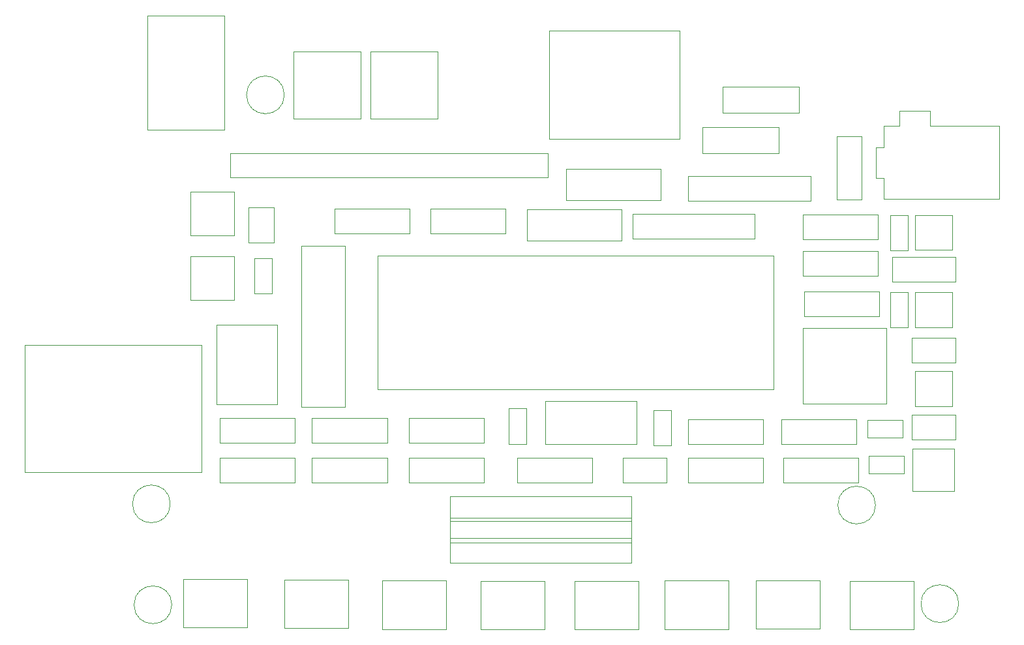
<source format=gbr>
G04 #@! TF.GenerationSoftware,KiCad,Pcbnew,5.0.2+dfsg1-1*
G04 #@! TF.CreationDate,2019-02-11T17:55:52+01:00*
G04 #@! TF.ProjectId,yaacwk,79616163-776b-42e6-9b69-6361645f7063,1.2*
G04 #@! TF.SameCoordinates,Original*
G04 #@! TF.FileFunction,Other,User*
%FSLAX46Y46*%
G04 Gerber Fmt 4.6, Leading zero omitted, Abs format (unit mm)*
G04 Created by KiCad (PCBNEW 5.0.2+dfsg1-1) date lun 11 feb 2019 17:55:52 CET*
%MOMM*%
%LPD*%
G01*
G04 APERTURE LIST*
%ADD10C,0.050000*%
G04 APERTURE END LIST*
D10*
G04 #@! TO.C,J12*
X142500000Y-121400000D02*
X142500000Y-124600000D01*
X166000000Y-121400000D02*
X142500000Y-121400000D01*
X166000000Y-124600000D02*
X166000000Y-121400000D01*
X142500000Y-124600000D02*
X166000000Y-124600000D01*
G04 #@! TO.C,HOLE2*
X120950000Y-63850000D02*
G75*
G03X120950000Y-63850000I-2450000J0D01*
G01*
G04 #@! TO.C,HOLE4*
X197700000Y-117100000D02*
G75*
G03X197700000Y-117100000I-2450000J0D01*
G01*
G04 #@! TO.C,HOLE6*
X208500000Y-129900000D02*
G75*
G03X208500000Y-129900000I-2450000J0D01*
G01*
G04 #@! TO.C,HOLE5*
X106350000Y-130050000D02*
G75*
G03X106350000Y-130050000I-2450000J0D01*
G01*
G04 #@! TO.C,PS2CONN1*
X172310000Y-69550000D02*
X155310000Y-69550000D01*
X172310000Y-69550000D02*
X172310000Y-55500000D01*
X155310000Y-55500000D02*
X155310000Y-69550000D01*
X155310000Y-55500000D02*
X172310000Y-55500000D01*
G04 #@! TO.C,D1*
X207650000Y-84000000D02*
X207650000Y-79500000D01*
X207650000Y-79500000D02*
X202800000Y-79500000D01*
X202800000Y-79500000D02*
X202800000Y-84000000D01*
X202800000Y-84000000D02*
X207650000Y-84000000D01*
G04 #@! TO.C,D2*
X207650000Y-104250000D02*
X207650000Y-99750000D01*
X207650000Y-99750000D02*
X202800000Y-99750000D01*
X202800000Y-99750000D02*
X202800000Y-104250000D01*
X202800000Y-104250000D02*
X207650000Y-104250000D01*
G04 #@! TO.C,D3*
X207650000Y-94000000D02*
X207650000Y-89500000D01*
X207650000Y-89500000D02*
X202800000Y-89500000D01*
X202800000Y-89500000D02*
X202800000Y-94000000D01*
X202800000Y-94000000D02*
X207650000Y-94000000D01*
G04 #@! TO.C,IC1*
X133050000Y-102100000D02*
X184450000Y-102100000D01*
X184450000Y-102100000D02*
X184450000Y-84700000D01*
X184450000Y-84700000D02*
X133050000Y-84700000D01*
X133050000Y-84700000D02*
X133050000Y-102100000D01*
G04 #@! TO.C,IC2*
X199100000Y-94150000D02*
X188300000Y-94150000D01*
X188300000Y-94150000D02*
X188300000Y-103950000D01*
X188300000Y-103950000D02*
X199100000Y-103950000D01*
X199100000Y-103950000D02*
X199100000Y-94150000D01*
G04 #@! TO.C,L1*
X169800000Y-77500000D02*
X169800000Y-73500000D01*
X169800000Y-73500000D02*
X157500000Y-73500000D01*
X157500000Y-73500000D02*
X157500000Y-77500000D01*
X157500000Y-77500000D02*
X169800000Y-77500000D01*
G04 #@! TO.C,L2*
X152450000Y-78750000D02*
X152450000Y-82750000D01*
X152450000Y-82750000D02*
X164750000Y-82750000D01*
X164750000Y-82750000D02*
X164750000Y-78750000D01*
X164750000Y-78750000D02*
X152450000Y-78750000D01*
G04 #@! TO.C,R1*
X112550000Y-111000000D02*
X112550000Y-114200000D01*
X112550000Y-114200000D02*
X122300000Y-114200000D01*
X122300000Y-114200000D02*
X122300000Y-111000000D01*
X122300000Y-111000000D02*
X112550000Y-111000000D01*
G04 #@! TO.C,R2*
X112550000Y-105800000D02*
X112550000Y-109000000D01*
X112550000Y-109000000D02*
X122300000Y-109000000D01*
X122300000Y-109000000D02*
X122300000Y-105800000D01*
X122300000Y-105800000D02*
X112550000Y-105800000D01*
G04 #@! TO.C,R3*
X124550000Y-111000000D02*
X124550000Y-114200000D01*
X124550000Y-114200000D02*
X134300000Y-114200000D01*
X134300000Y-114200000D02*
X134300000Y-111000000D01*
X134300000Y-111000000D02*
X124550000Y-111000000D01*
G04 #@! TO.C,R4*
X124550000Y-105800000D02*
X124550000Y-109000000D01*
X124550000Y-109000000D02*
X134300000Y-109000000D01*
X134300000Y-109000000D02*
X134300000Y-105800000D01*
X134300000Y-105800000D02*
X124550000Y-105800000D01*
G04 #@! TO.C,R5*
X137150000Y-111000000D02*
X137150000Y-114200000D01*
X137150000Y-114200000D02*
X146900000Y-114200000D01*
X146900000Y-114200000D02*
X146900000Y-111000000D01*
X146900000Y-111000000D02*
X137150000Y-111000000D01*
G04 #@! TO.C,R6*
X198050000Y-82600000D02*
X198050000Y-79400000D01*
X198050000Y-79400000D02*
X188300000Y-79400000D01*
X188300000Y-79400000D02*
X188300000Y-82600000D01*
X188300000Y-82600000D02*
X198050000Y-82600000D01*
G04 #@! TO.C,R7*
X195450000Y-114200000D02*
X195450000Y-111000000D01*
X195450000Y-111000000D02*
X185700000Y-111000000D01*
X185700000Y-111000000D02*
X185700000Y-114200000D01*
X185700000Y-114200000D02*
X195450000Y-114200000D01*
G04 #@! TO.C,R8*
X198050000Y-87350000D02*
X198050000Y-84150000D01*
X198050000Y-84150000D02*
X188300000Y-84150000D01*
X188300000Y-84150000D02*
X188300000Y-87350000D01*
X188300000Y-87350000D02*
X198050000Y-87350000D01*
G04 #@! TO.C,R9*
X195250000Y-109200000D02*
X195250000Y-106000000D01*
X195250000Y-106000000D02*
X185500000Y-106000000D01*
X185500000Y-106000000D02*
X185500000Y-109200000D01*
X185500000Y-109200000D02*
X195250000Y-109200000D01*
G04 #@! TO.C,R10*
X188450000Y-89400000D02*
X188450000Y-92600000D01*
X188450000Y-92600000D02*
X198200000Y-92600000D01*
X198200000Y-92600000D02*
X198200000Y-89400000D01*
X198200000Y-89400000D02*
X188450000Y-89400000D01*
G04 #@! TO.C,R11*
X173350000Y-106000000D02*
X173350000Y-109200000D01*
X173350000Y-109200000D02*
X183100000Y-109200000D01*
X183100000Y-109200000D02*
X183100000Y-106000000D01*
X183100000Y-106000000D02*
X173350000Y-106000000D01*
G04 #@! TO.C,R12*
X127450000Y-78650000D02*
X127450000Y-81850000D01*
X127450000Y-81850000D02*
X137200000Y-81850000D01*
X137200000Y-81850000D02*
X137200000Y-78650000D01*
X137200000Y-78650000D02*
X127450000Y-78650000D01*
G04 #@! TO.C,R13*
X139950000Y-78650000D02*
X139950000Y-81850000D01*
X139950000Y-81850000D02*
X149700000Y-81850000D01*
X149700000Y-81850000D02*
X149700000Y-78650000D01*
X149700000Y-78650000D02*
X139950000Y-78650000D01*
G04 #@! TO.C,Y1*
X166700000Y-109200000D02*
X166700000Y-103600000D01*
X166700000Y-103600000D02*
X154800000Y-103600000D01*
X154800000Y-103600000D02*
X154800000Y-109200000D01*
X154800000Y-109200000D02*
X166700000Y-109200000D01*
G04 #@! TO.C,J3*
X202400000Y-98600000D02*
X208100000Y-98600000D01*
X208100000Y-98600000D02*
X208100000Y-95400000D01*
X208100000Y-95400000D02*
X202400000Y-95400000D01*
X202400000Y-95400000D02*
X202400000Y-98600000D01*
G04 #@! TO.C,J4*
X202400000Y-108600000D02*
X208100000Y-108600000D01*
X208100000Y-108600000D02*
X208100000Y-105400000D01*
X208100000Y-105400000D02*
X202400000Y-105400000D01*
X202400000Y-105400000D02*
X202400000Y-108600000D01*
G04 #@! TO.C,J5*
X199900000Y-88100000D02*
X208100000Y-88100000D01*
X208100000Y-88100000D02*
X208100000Y-84900000D01*
X208100000Y-84900000D02*
X199900000Y-84900000D01*
X199900000Y-84900000D02*
X199900000Y-88100000D01*
G04 #@! TO.C,D5*
X185150000Y-71450000D02*
X185150000Y-68050000D01*
X185150000Y-68050000D02*
X175200000Y-68050000D01*
X175200000Y-68050000D02*
X175200000Y-71450000D01*
X175200000Y-71450000D02*
X185150000Y-71450000D01*
G04 #@! TO.C,D6*
X177850000Y-62800000D02*
X177850000Y-66200000D01*
X177850000Y-66200000D02*
X187800000Y-66200000D01*
X187800000Y-66200000D02*
X187800000Y-62800000D01*
X187800000Y-62800000D02*
X177850000Y-62800000D01*
G04 #@! TO.C,J6*
X173400000Y-77600000D02*
X189300000Y-77600000D01*
X189300000Y-77600000D02*
X189300000Y-74400000D01*
X189300000Y-74400000D02*
X173400000Y-74400000D01*
X173400000Y-74400000D02*
X173400000Y-77600000D01*
G04 #@! TO.C,SW6*
X170600000Y-111000000D02*
X164900000Y-111000000D01*
X164900000Y-111000000D02*
X164900000Y-114200000D01*
X164900000Y-114200000D02*
X170600000Y-114200000D01*
X170600000Y-114200000D02*
X170600000Y-111000000D01*
G04 #@! TO.C,J2*
X103204000Y-68370000D02*
X113204000Y-68370000D01*
X103204000Y-53570000D02*
X113204000Y-53570000D01*
X103204000Y-53570000D02*
X103204000Y-68370000D01*
X113204000Y-53570000D02*
X113204000Y-68370000D01*
G04 #@! TO.C,LCDPot2*
X112150000Y-93700000D02*
X112150000Y-104050000D01*
X112150000Y-104050000D02*
X120050000Y-104050000D01*
X120050000Y-104050000D02*
X120050000Y-93700000D01*
X120050000Y-93700000D02*
X112150000Y-93700000D01*
G04 #@! TO.C,DS1*
X113900000Y-74600000D02*
X155200000Y-74600000D01*
X155200000Y-74600000D02*
X155200000Y-71400000D01*
X155200000Y-71400000D02*
X113900000Y-71400000D01*
X113900000Y-71400000D02*
X113900000Y-74600000D01*
G04 #@! TO.C,J7*
X182050000Y-79300000D02*
X166150000Y-79300000D01*
X166150000Y-79300000D02*
X166150000Y-82500000D01*
X166150000Y-82500000D02*
X182050000Y-82500000D01*
X182050000Y-82500000D02*
X182050000Y-79300000D01*
G04 #@! TO.C,J9*
X195910000Y-77419000D02*
X195910000Y-69219000D01*
X195910000Y-69219000D02*
X192710000Y-69219000D01*
X192710000Y-69219000D02*
X192710000Y-77419000D01*
X192710000Y-77419000D02*
X195910000Y-77419000D01*
G04 #@! TO.C,J1*
X198771000Y-77144000D02*
X198771000Y-77394000D01*
X198771000Y-77394000D02*
X213771000Y-77394000D01*
X198771000Y-77144000D02*
X198771000Y-74644000D01*
X198771000Y-74644000D02*
X197771000Y-74644000D01*
X197771000Y-74644000D02*
X197771000Y-70644000D01*
X197771000Y-70644000D02*
X198771000Y-70644000D01*
X198771000Y-70644000D02*
X198771000Y-67894000D01*
X198771000Y-67894000D02*
X200771000Y-67894000D01*
X200771000Y-67894000D02*
X200771000Y-65894000D01*
X200771000Y-65894000D02*
X204771000Y-65894000D01*
X204771000Y-65894000D02*
X204771000Y-67894000D01*
X204771000Y-67894000D02*
X213771000Y-67894000D01*
X213771000Y-67894000D02*
X213771000Y-77394000D01*
G04 #@! TO.C,C14*
X122150000Y-66950000D02*
X130850000Y-66950000D01*
X130850000Y-66950000D02*
X130850000Y-58250000D01*
X130850000Y-58250000D02*
X122150000Y-58250000D01*
X122150000Y-58250000D02*
X122150000Y-66950000D01*
G04 #@! TO.C,C16*
X132150000Y-66950000D02*
X140850000Y-66950000D01*
X140850000Y-66950000D02*
X140850000Y-58250000D01*
X140850000Y-58250000D02*
X132150000Y-58250000D01*
X132150000Y-58250000D02*
X132150000Y-66950000D01*
G04 #@! TO.C,R14*
X137150000Y-105800000D02*
X137150000Y-109000000D01*
X137150000Y-109000000D02*
X146900000Y-109000000D01*
X146900000Y-109000000D02*
X146900000Y-105800000D01*
X146900000Y-105800000D02*
X137150000Y-105800000D01*
G04 #@! TO.C,R15*
X151150000Y-111000000D02*
X151150000Y-114200000D01*
X151150000Y-114200000D02*
X160900000Y-114200000D01*
X160900000Y-114200000D02*
X160900000Y-111000000D01*
X160900000Y-111000000D02*
X151150000Y-111000000D01*
G04 #@! TO.C,R16*
X173350000Y-111000000D02*
X173350000Y-114200000D01*
X173350000Y-114200000D02*
X183100000Y-114200000D01*
X183100000Y-114200000D02*
X183100000Y-111000000D01*
X183100000Y-111000000D02*
X173350000Y-111000000D01*
G04 #@! TO.C,SpeedPot1*
X110240000Y-112860000D02*
X110240000Y-96360000D01*
X110240000Y-96360000D02*
X87240000Y-96360000D01*
X87240000Y-96360000D02*
X87240000Y-112860000D01*
X87240000Y-112860000D02*
X110240000Y-112860000D01*
G04 #@! TO.C,D4*
X207950000Y-115250000D02*
X207950000Y-109750000D01*
X207950000Y-109750000D02*
X202500000Y-109750000D01*
X202500000Y-109750000D02*
X202500000Y-115250000D01*
X202500000Y-115250000D02*
X207950000Y-115250000D01*
G04 #@! TO.C,C3*
X199600000Y-84050000D02*
X201900000Y-84050000D01*
X201900000Y-84050000D02*
X201900000Y-79450000D01*
X201900000Y-79450000D02*
X199600000Y-79450000D01*
X199600000Y-79450000D02*
X199600000Y-84050000D01*
G04 #@! TO.C,C2*
X201900000Y-89450000D02*
X199600000Y-89450000D01*
X199600000Y-89450000D02*
X199600000Y-94050000D01*
X199600000Y-94050000D02*
X201900000Y-94050000D01*
X201900000Y-94050000D02*
X201900000Y-89450000D01*
G04 #@! TO.C,C10*
X171150000Y-104750000D02*
X168850000Y-104750000D01*
X168850000Y-104750000D02*
X168850000Y-109350000D01*
X168850000Y-109350000D02*
X171150000Y-109350000D01*
X171150000Y-109350000D02*
X171150000Y-104750000D01*
G04 #@! TO.C,C11*
X152350000Y-104550000D02*
X150050000Y-104550000D01*
X150050000Y-104550000D02*
X150050000Y-109150000D01*
X150050000Y-109150000D02*
X152350000Y-109150000D01*
X152350000Y-109150000D02*
X152350000Y-104550000D01*
G04 #@! TO.C,C1*
X117050000Y-89650000D02*
X119350000Y-89650000D01*
X119350000Y-89650000D02*
X119350000Y-85050000D01*
X119350000Y-85050000D02*
X117050000Y-85050000D01*
X117050000Y-85050000D02*
X117050000Y-89650000D01*
G04 #@! TO.C,C12*
X119650000Y-78450000D02*
X116350000Y-78450000D01*
X116350000Y-78450000D02*
X116350000Y-83050000D01*
X116350000Y-83050000D02*
X119650000Y-83050000D01*
X119650000Y-83050000D02*
X119650000Y-78450000D01*
G04 #@! TO.C,C13*
X114450000Y-76400000D02*
X108750000Y-76400000D01*
X108750000Y-76400000D02*
X108750000Y-82100000D01*
X108750000Y-82100000D02*
X114450000Y-82100000D01*
X114450000Y-82100000D02*
X114450000Y-76400000D01*
G04 #@! TO.C,C15*
X114450000Y-84800000D02*
X108750000Y-84800000D01*
X108750000Y-84800000D02*
X108750000Y-90500000D01*
X108750000Y-90500000D02*
X114450000Y-90500000D01*
X114450000Y-90500000D02*
X114450000Y-84800000D01*
G04 #@! TO.C,C4*
X201250000Y-108350000D02*
X201250000Y-106050000D01*
X201250000Y-106050000D02*
X196650000Y-106050000D01*
X196650000Y-106050000D02*
X196650000Y-108350000D01*
X196650000Y-108350000D02*
X201250000Y-108350000D01*
G04 #@! TO.C,C5*
X201410000Y-113040000D02*
X201410000Y-110740000D01*
X201410000Y-110740000D02*
X196810000Y-110740000D01*
X196810000Y-110740000D02*
X196810000Y-113040000D01*
X196810000Y-113040000D02*
X201410000Y-113040000D01*
G04 #@! TO.C,J8*
X128850000Y-104350000D02*
X128850000Y-83450000D01*
X128850000Y-83450000D02*
X123150000Y-83450000D01*
X123150000Y-83450000D02*
X123150000Y-104350000D01*
X123150000Y-104350000D02*
X128850000Y-104350000D01*
G04 #@! TO.C,SW1*
X107850000Y-133000000D02*
X114550000Y-133000000D01*
X107850000Y-126700000D02*
X107850000Y-133000000D01*
X116150000Y-126700000D02*
X107850000Y-126700000D01*
X116150000Y-131850000D02*
X116150000Y-126700000D01*
X116150000Y-133000000D02*
X114550000Y-133000000D01*
X116150000Y-131850000D02*
X116150000Y-133000000D01*
G04 #@! TO.C,SW2*
X120950000Y-133100000D02*
X127650000Y-133100000D01*
X120950000Y-126800000D02*
X120950000Y-133100000D01*
X129250000Y-126800000D02*
X120950000Y-126800000D01*
X129250000Y-131950000D02*
X129250000Y-126800000D01*
X129250000Y-133100000D02*
X127650000Y-133100000D01*
X129250000Y-131950000D02*
X129250000Y-133100000D01*
G04 #@! TO.C,SW3*
X133650000Y-133200000D02*
X140350000Y-133200000D01*
X133650000Y-126900000D02*
X133650000Y-133200000D01*
X141950000Y-126900000D02*
X133650000Y-126900000D01*
X141950000Y-132050000D02*
X141950000Y-126900000D01*
X141950000Y-133200000D02*
X140350000Y-133200000D01*
X141950000Y-132050000D02*
X141950000Y-133200000D01*
G04 #@! TO.C,SW4*
X146450000Y-133250000D02*
X153150000Y-133250000D01*
X146450000Y-126950000D02*
X146450000Y-133250000D01*
X154750000Y-126950000D02*
X146450000Y-126950000D01*
X154750000Y-132100000D02*
X154750000Y-126950000D01*
X154750000Y-133250000D02*
X153150000Y-133250000D01*
X154750000Y-132100000D02*
X154750000Y-133250000D01*
G04 #@! TO.C,SW5*
X158600000Y-133250000D02*
X165300000Y-133250000D01*
X158600000Y-126950000D02*
X158600000Y-133250000D01*
X166900000Y-126950000D02*
X158600000Y-126950000D01*
X166900000Y-132100000D02*
X166900000Y-126950000D01*
X166900000Y-133250000D02*
X165300000Y-133250000D01*
X166900000Y-132100000D02*
X166900000Y-133250000D01*
G04 #@! TO.C,SW7*
X170350000Y-133200000D02*
X177050000Y-133200000D01*
X170350000Y-126900000D02*
X170350000Y-133200000D01*
X178650000Y-126900000D02*
X170350000Y-126900000D01*
X178650000Y-132050000D02*
X178650000Y-126900000D01*
X178650000Y-133200000D02*
X177050000Y-133200000D01*
X178650000Y-132050000D02*
X178650000Y-133200000D01*
G04 #@! TO.C,SW8*
X182200000Y-133150000D02*
X188900000Y-133150000D01*
X182200000Y-126850000D02*
X182200000Y-133150000D01*
X190500000Y-126850000D02*
X182200000Y-126850000D01*
X190500000Y-132000000D02*
X190500000Y-126850000D01*
X190500000Y-133150000D02*
X188900000Y-133150000D01*
X190500000Y-132000000D02*
X190500000Y-133150000D01*
G04 #@! TO.C,SW9*
X194400000Y-133250000D02*
X201100000Y-133250000D01*
X194400000Y-126950000D02*
X194400000Y-133250000D01*
X202700000Y-126950000D02*
X194400000Y-126950000D01*
X202700000Y-132100000D02*
X202700000Y-126950000D01*
X202700000Y-133250000D02*
X201100000Y-133250000D01*
X202700000Y-132100000D02*
X202700000Y-133250000D01*
G04 #@! TO.C,J10*
X142500000Y-119200000D02*
X166000000Y-119200000D01*
X166000000Y-119200000D02*
X166000000Y-116000000D01*
X166000000Y-116000000D02*
X142500000Y-116000000D01*
X142500000Y-116000000D02*
X142500000Y-119200000D01*
G04 #@! TO.C,J11*
X142500000Y-122000000D02*
X166000000Y-122000000D01*
X166000000Y-122000000D02*
X166000000Y-118800000D01*
X166000000Y-118800000D02*
X142500000Y-118800000D01*
X142500000Y-118800000D02*
X142500000Y-122000000D01*
G04 #@! TO.C,HOLE3*
X106150000Y-116950000D02*
G75*
G03X106150000Y-116950000I-2450000J0D01*
G01*
G04 #@! TD*
M02*

</source>
